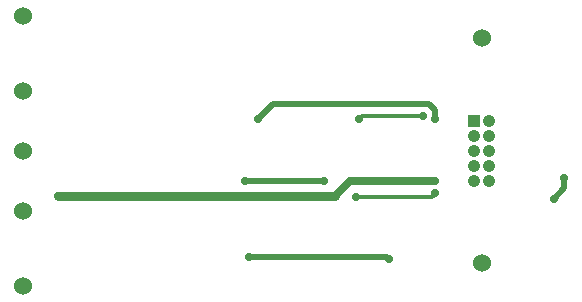
<source format=gbl>
G04 Layer_Physical_Order=2*
G04 Layer_Color=16711680*
%FSLAX25Y25*%
%MOIN*%
G70*
G01*
G75*
%ADD19C,0.02000*%
%ADD20C,0.01200*%
%ADD23C,0.02500*%
%ADD24C,0.04134*%
%ADD25R,0.03937X0.03937*%
%ADD26C,0.06000*%
%ADD27C,0.02800*%
%ADD28C,0.03000*%
D19*
X289500Y345000D02*
X316000D01*
X294000Y365500D02*
X299000Y370500D01*
X351000D01*
X353000Y368500D01*
Y365500D02*
Y368500D01*
X396000Y342500D02*
Y346000D01*
X392500Y339000D02*
X396000Y342500D01*
X337000Y319500D02*
X337500Y319000D01*
X291000Y319500D02*
X337000D01*
D20*
X327500Y365500D02*
X328500Y366500D01*
X326500Y339500D02*
X352000D01*
X353000Y341000D02*
X353500D01*
X328500Y366500D02*
X349000D01*
X352000Y339500D02*
X353500Y341000D01*
D23*
X345000Y345000D02*
X353000D01*
X327000D02*
X345000D01*
X319500Y340000D02*
X324500Y345000D01*
X327000D01*
D24*
X371000D02*
D03*
X366000D02*
D03*
X371000Y350000D02*
D03*
X366000D02*
D03*
X371000Y355000D02*
D03*
X366000D02*
D03*
X371000Y360000D02*
D03*
X366000D02*
D03*
X371000Y365000D02*
D03*
D25*
X366000D02*
D03*
D26*
X215500Y310000D02*
D03*
Y375000D02*
D03*
Y335000D02*
D03*
Y400000D02*
D03*
X368500Y317500D02*
D03*
Y392500D02*
D03*
X215500Y355000D02*
D03*
D27*
X227050Y340000D02*
D03*
X337500Y319000D02*
D03*
X327500Y365500D02*
D03*
X294000D02*
D03*
X327000Y345000D02*
D03*
X316000D02*
D03*
X326500Y339500D02*
D03*
X345000Y345000D02*
D03*
X353000Y341000D02*
D03*
Y345000D02*
D03*
X349000Y366500D02*
D03*
X353000Y365500D02*
D03*
X392500Y339000D02*
D03*
X289500Y345000D02*
D03*
X396000Y346000D02*
D03*
X291000Y319500D02*
D03*
D28*
X227050Y340000D02*
X319500D01*
M02*

</source>
